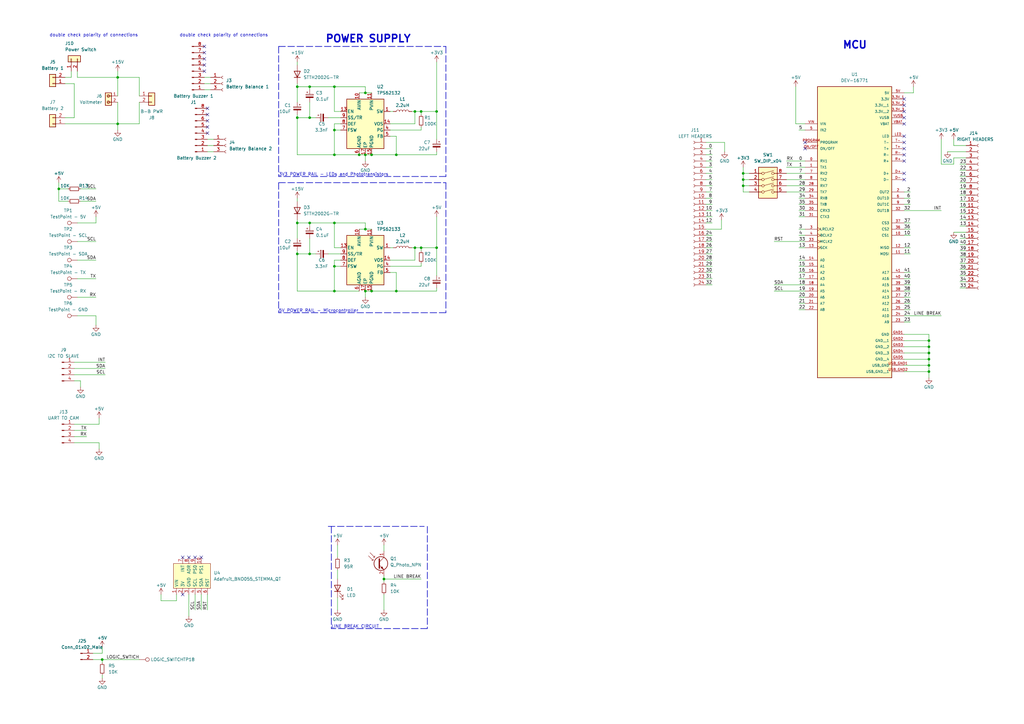
<source format=kicad_sch>
(kicad_sch (version 20230121) (generator eeschema)
  (paper "A3")
  (junction (at 304.8 73.66))
  (junction (at 381 152.4))
  (junction (at 127 91.44))
  (junction (at 127 35.56))
  (junction (at 121.92 91.44))
  (junction (at 381 142.24))
  (junction (at 162.56 119.38))
  (junction (at 152.4 119.38))
  (junction (at 381 144.78))
  (junction (at 121.92 35.56))
  (junction (at 137.16 109.22))
  (junction (at 179.07 45.72))
  (junction (at 147.32 63.5))
  (junction (at 162.56 63.5))
  (junction (at 41.91 270.51))
  (junction (at 137.16 35.56))
  (junction (at 137.16 119.38))
  (junction (at 157.48 237.49))
  (junction (at 179.07 101.6))
  (junction (at 149.86 93.98))
  (junction (at 48.26 50.8))
  (junction (at 149.86 119.38))
  (junction (at 152.4 63.5))
  (junction (at 170.18 101.6))
  (junction (at 149.86 63.5))
  (junction (at 127 48.26))
  (junction (at 170.18 45.72))
  (junction (at 48.26 31.75))
  (junction (at 24.13 77.47))
  (junction (at 121.92 48.26))
  (junction (at 172.72 45.72))
  (junction (at 137.16 63.5))
  (junction (at 127 104.14))
  (junction (at 172.72 101.6))
  (junction (at 137.16 91.44))
  (junction (at 121.92 104.14))
  (junction (at 149.86 38.1))
  (junction (at 304.8 76.2))
  (junction (at 381 149.86))
  (junction (at 304.8 71.12))
  (junction (at 381 139.7))
  (junction (at 381 147.32))
  (junction (at 137.16 53.34))
  (no_connect (at 83.82 21.59))
  (no_connect (at 85.09 54.61))
  (no_connect (at 370.84 60.96))
  (no_connect (at 77.47 228.6))
  (no_connect (at 370.84 50.8))
  (no_connect (at 370.84 45.72))
  (no_connect (at 330.2 58.42))
  (no_connect (at 370.84 73.66))
  (no_connect (at 82.55 228.6))
  (no_connect (at 85.09 46.99))
  (no_connect (at 85.09 44.45))
  (no_connect (at 370.84 71.12))
  (no_connect (at 370.84 55.88))
  (no_connect (at 74.93 228.6))
  (no_connect (at 83.82 24.13))
  (no_connect (at 80.01 228.6))
  (no_connect (at 83.82 26.67))
  (no_connect (at 330.2 60.96))
  (no_connect (at 83.82 19.05))
  (no_connect (at 83.82 29.21))
  (no_connect (at 370.84 63.5))
  (no_connect (at 85.09 49.53))
  (no_connect (at 370.84 48.26))
  (no_connect (at 370.84 40.64))
  (no_connect (at 370.84 66.04))
  (no_connect (at 370.84 43.18))
  (no_connect (at 370.84 58.42))
  (no_connect (at 74.93 243.84))
  (no_connect (at 85.09 52.07))
  (wire (pts (xy 370.84 78.74) (xy 373.38 78.74)))
  (wire (pts (xy 160.02 111.76) (xy 162.56 111.76)))
  (wire (pts (xy 317.5 119.38) (xy 330.2 119.38)))
  (wire (pts (xy 322.58 71.12) (xy 330.2 71.12)))
  (wire (pts (xy 292.1 68.58) (xy 289.56 68.58)))
  (wire (pts (xy 179.07 63.5) (xy 179.07 62.23)))
  (wire (pts (xy 381 152.4) (xy 381 154.94)))
  (wire (pts (xy 370.84 86.36) (xy 386.08 86.36)))
  (wire (pts (xy 370.84 83.82) (xy 373.38 83.82)))
  (wire (pts (xy 292.1 104.14) (xy 289.56 104.14)))
  (wire (pts (xy 72.39 246.38) (xy 66.04 246.38)))
  (wire (pts (xy 322.58 76.2) (xy 330.2 76.2)))
  (wire (pts (xy 370.84 96.52) (xy 373.38 96.52)))
  (wire (pts (xy 370.84 124.46) (xy 373.38 124.46)))
  (wire (pts (xy 370.84 132.08) (xy 373.38 132.08)))
  (wire (pts (xy 292.1 86.36) (xy 289.56 86.36)))
  (wire (pts (xy 386.08 57.15) (xy 386.08 67.31)))
  (wire (pts (xy 157.48 237.49) (xy 172.72 237.49)))
  (wire (pts (xy 149.86 63.5) (xy 149.86 66.04)))
  (wire (pts (xy 391.16 67.31) (xy 386.08 67.31)))
  (wire (pts (xy 327.66 88.9) (xy 330.2 88.9)))
  (wire (pts (xy 292.1 96.52) (xy 289.56 96.52)))
  (wire (pts (xy 162.56 111.76) (xy 162.56 119.38)))
  (wire (pts (xy 87.63 57.15) (xy 85.09 57.15)))
  (wire (pts (xy 322.58 68.58) (xy 330.2 68.58)))
  (wire (pts (xy 127 48.26) (xy 129.54 48.26)))
  (wire (pts (xy 31.75 99.06) (xy 39.37 99.06)))
  (wire (pts (xy 40.64 171.45) (xy 40.64 173.99)))
  (wire (pts (xy 393.7 118.11) (xy 396.24 118.11)))
  (wire (pts (xy 30.48 34.29) (xy 30.48 48.26)))
  (wire (pts (xy 134.62 104.14) (xy 139.7 104.14)))
  (wire (pts (xy 48.26 29.21) (xy 48.26 31.75)))
  (wire (pts (xy 172.72 102.87) (xy 172.72 101.6)))
  (wire (pts (xy 168.91 101.6) (xy 170.18 101.6)))
  (wire (pts (xy 327.66 86.36) (xy 330.2 86.36)))
  (wire (pts (xy 137.16 109.22) (xy 137.16 119.38)))
  (wire (pts (xy 292.1 114.3) (xy 289.56 114.3)))
  (wire (pts (xy 24.13 74.93) (xy 24.13 77.47)))
  (wire (pts (xy 80.01 250.19) (xy 80.01 243.84)))
  (wire (pts (xy 292.1 101.6) (xy 289.56 101.6)))
  (wire (pts (xy 327.66 101.6) (xy 330.2 101.6)))
  (wire (pts (xy 26.67 50.8) (xy 48.26 50.8)))
  (wire (pts (xy 152.4 63.5) (xy 162.56 63.5)))
  (wire (pts (xy 137.16 119.38) (xy 147.32 119.38)))
  (wire (pts (xy 38.1 267.97) (xy 41.91 267.97)))
  (wire (pts (xy 121.92 46.99) (xy 121.92 48.26)))
  (wire (pts (xy 396.24 62.23) (xy 388.62 62.23)))
  (wire (pts (xy 292.1 91.44) (xy 289.56 91.44)))
  (wire (pts (xy 137.16 45.72) (xy 137.16 35.56)))
  (wire (pts (xy 292.1 76.2) (xy 289.56 76.2)))
  (wire (pts (xy 139.7 50.8) (xy 137.16 50.8)))
  (wire (pts (xy 48.26 31.75) (xy 57.15 31.75)))
  (wire (pts (xy 304.8 68.58) (xy 304.8 71.12)))
  (wire (pts (xy 317.5 116.84) (xy 330.2 116.84)))
  (wire (pts (xy 162.56 55.88) (xy 162.56 63.5)))
  (wire (pts (xy 33.02 77.47) (xy 39.37 77.47)))
  (wire (pts (xy 179.07 88.9) (xy 179.07 101.6)))
  (wire (pts (xy 370.84 111.76) (xy 373.38 111.76)))
  (wire (pts (xy 370.84 38.1) (xy 374.65 38.1)))
  (wire (pts (xy 393.7 72.39) (xy 396.24 72.39)))
  (wire (pts (xy 121.92 35.56) (xy 121.92 41.91)))
  (wire (pts (xy 33.02 156.21) (xy 33.02 158.75)))
  (polyline (pts (xy 175.26 257.81) (xy 135.89 257.81)) (stroke (width 0.25) (type dash)))
  (polyline (pts (xy 182.88 72.39) (xy 114.3 72.39)) (stroke (width 0.25) (type dash)))
  (wire (pts (xy 327.66 111.76) (xy 330.2 111.76)))
  (wire (pts (xy 121.92 90.17) (xy 121.92 91.44)))
  (polyline (pts (xy 114.3 19.05) (xy 114.3 72.39)) (stroke (width 0.25) (type dash)))
  (wire (pts (xy 157.48 223.52) (xy 157.48 226.06)))
  (wire (pts (xy 31.75 29.21) (xy 31.75 31.75)))
  (wire (pts (xy 327.66 109.22) (xy 330.2 109.22)))
  (wire (pts (xy 292.1 78.74) (xy 289.56 78.74)))
  (wire (pts (xy 149.86 119.38) (xy 152.4 119.38)))
  (wire (pts (xy 31.75 106.68) (xy 39.37 106.68)))
  (wire (pts (xy 127 41.91) (xy 127 48.26)))
  (wire (pts (xy 304.8 78.74) (xy 307.34 78.74)))
  (wire (pts (xy 121.92 91.44) (xy 121.92 97.79)))
  (wire (pts (xy 292.1 99.06) (xy 289.56 99.06)))
  (wire (pts (xy 292.1 63.5) (xy 289.56 63.5)))
  (wire (pts (xy 30.48 48.26) (xy 26.67 48.26)))
  (wire (pts (xy 172.72 101.6) (xy 179.07 101.6)))
  (wire (pts (xy 41.91 276.86) (xy 41.91 278.13)))
  (wire (pts (xy 121.92 104.14) (xy 127 104.14)))
  (wire (pts (xy 121.92 91.44) (xy 127 91.44)))
  (wire (pts (xy 149.86 35.56) (xy 149.86 38.1)))
  (wire (pts (xy 26.67 31.75) (xy 29.21 31.75)))
  (wire (pts (xy 393.7 100.33) (xy 396.24 100.33)))
  (wire (pts (xy 160.02 50.8) (xy 170.18 50.8)))
  (wire (pts (xy 157.48 243.84) (xy 157.48 250.19)))
  (wire (pts (xy 370.84 127) (xy 373.38 127)))
  (wire (pts (xy 160.02 106.68) (xy 170.18 106.68)))
  (wire (pts (xy 370.84 144.78) (xy 381 144.78)))
  (wire (pts (xy 149.86 63.5) (xy 152.4 63.5)))
  (wire (pts (xy 292.1 109.22) (xy 289.56 109.22)))
  (wire (pts (xy 87.63 62.23) (xy 85.09 62.23)))
  (wire (pts (xy 147.32 63.5) (xy 149.86 63.5)))
  (wire (pts (xy 381 139.7) (xy 381 142.24)))
  (wire (pts (xy 121.92 34.29) (xy 121.92 35.56)))
  (wire (pts (xy 66.04 243.84) (xy 66.04 246.38)))
  (wire (pts (xy 317.5 99.06) (xy 330.2 99.06)))
  (wire (pts (xy 370.84 152.4) (xy 381 152.4)))
  (wire (pts (xy 292.1 73.66) (xy 289.56 73.66)))
  (wire (pts (xy 31.75 129.54) (xy 39.37 129.54)))
  (wire (pts (xy 370.84 93.98) (xy 373.38 93.98)))
  (wire (pts (xy 327.66 114.3) (xy 330.2 114.3)))
  (wire (pts (xy 327.66 121.92) (xy 330.2 121.92)))
  (wire (pts (xy 82.55 250.19) (xy 82.55 243.84)))
  (wire (pts (xy 27.94 82.55) (xy 24.13 82.55)))
  (wire (pts (xy 295.91 90.17) (xy 295.91 93.98)))
  (polyline (pts (xy 175.26 215.9) (xy 175.26 257.81)) (stroke (width 0.25) (type dash)))
  (wire (pts (xy 57.15 50.8) (xy 48.26 50.8)))
  (wire (pts (xy 127 104.14) (xy 129.54 104.14)))
  (wire (pts (xy 137.16 63.5) (xy 147.32 63.5)))
  (wire (pts (xy 138.43 233.68) (xy 138.43 237.49)))
  (wire (pts (xy 330.2 50.8) (xy 326.39 50.8)))
  (wire (pts (xy 127 91.44) (xy 137.16 91.44)))
  (wire (pts (xy 370.84 104.14) (xy 373.38 104.14)))
  (wire (pts (xy 393.7 77.47) (xy 396.24 77.47)))
  (wire (pts (xy 393.7 115.57) (xy 396.24 115.57)))
  (wire (pts (xy 121.92 119.38) (xy 137.16 119.38)))
  (wire (pts (xy 137.16 53.34) (xy 139.7 53.34)))
  (wire (pts (xy 30.48 181.61) (xy 40.64 181.61)))
  (polyline (pts (xy 182.88 19.05) (xy 182.88 72.39)) (stroke (width 0.25) (type dash)))
  (wire (pts (xy 40.64 181.61) (xy 40.64 184.15)))
  (wire (pts (xy 87.63 59.69) (xy 85.09 59.69)))
  (wire (pts (xy 391.16 64.77) (xy 391.16 67.31)))
  (wire (pts (xy 162.56 119.38) (xy 179.07 119.38)))
  (wire (pts (xy 160.02 53.34) (xy 172.72 53.34)))
  (wire (pts (xy 30.48 148.59) (xy 43.18 148.59)))
  (wire (pts (xy 157.48 236.22) (xy 157.48 237.49)))
  (wire (pts (xy 157.48 237.49) (xy 157.48 238.76)))
  (wire (pts (xy 292.1 111.76) (xy 289.56 111.76)))
  (wire (pts (xy 292.1 60.96) (xy 289.56 60.96)))
  (wire (pts (xy 121.92 104.14) (xy 121.92 119.38)))
  (wire (pts (xy 370.84 119.38) (xy 373.38 119.38)))
  (wire (pts (xy 139.7 101.6) (xy 137.16 101.6)))
  (wire (pts (xy 30.48 179.07) (xy 35.56 179.07)))
  (wire (pts (xy 370.84 121.92) (xy 373.38 121.92)))
  (wire (pts (xy 121.92 48.26) (xy 121.92 63.5)))
  (wire (pts (xy 393.7 69.85) (xy 396.24 69.85)))
  (wire (pts (xy 31.75 121.92) (xy 39.37 121.92)))
  (wire (pts (xy 381 149.86) (xy 381 152.4)))
  (wire (pts (xy 138.43 245.11) (xy 138.43 250.19)))
  (wire (pts (xy 147.32 38.1) (xy 149.86 38.1)))
  (wire (pts (xy 327.66 96.52) (xy 330.2 96.52)))
  (wire (pts (xy 304.8 71.12) (xy 304.8 73.66)))
  (polyline (pts (xy 134.62 215.9) (xy 173.99 215.9)) (stroke (width 0.25) (type dash)))
  (wire (pts (xy 393.7 107.95) (xy 396.24 107.95)))
  (wire (pts (xy 160.02 55.88) (xy 162.56 55.88)))
  (wire (pts (xy 31.75 31.75) (xy 48.26 31.75)))
  (wire (pts (xy 30.48 156.21) (xy 33.02 156.21)))
  (wire (pts (xy 370.84 116.84) (xy 373.38 116.84)))
  (wire (pts (xy 48.26 53.34) (xy 48.26 50.8)))
  (wire (pts (xy 322.58 73.66) (xy 330.2 73.66)))
  (wire (pts (xy 370.84 101.6) (xy 373.38 101.6)))
  (wire (pts (xy 172.72 45.72) (xy 170.18 45.72)))
  (wire (pts (xy 370.84 147.32) (xy 381 147.32)))
  (wire (pts (xy 370.84 129.54) (xy 386.08 129.54)))
  (wire (pts (xy 31.75 91.44) (xy 39.37 91.44)))
  (wire (pts (xy 292.1 106.68) (xy 289.56 106.68)))
  (wire (pts (xy 121.92 35.56) (xy 127 35.56)))
  (wire (pts (xy 121.92 81.28) (xy 121.92 82.55)))
  (wire (pts (xy 33.02 82.55) (xy 39.37 82.55)))
  (wire (pts (xy 160.02 109.22) (xy 172.72 109.22)))
  (polyline (pts (xy 114.3 74.93) (xy 114.3 128.27)) (stroke (width 0.25) (type dash)))
  (wire (pts (xy 149.86 119.38) (xy 149.86 121.92)))
  (wire (pts (xy 381 137.16) (xy 381 139.7)))
  (wire (pts (xy 393.7 110.49) (xy 396.24 110.49)))
  (wire (pts (xy 179.07 119.38) (xy 179.07 118.11)))
  (wire (pts (xy 170.18 106.68) (xy 170.18 101.6)))
  (wire (pts (xy 85.09 250.19) (xy 85.09 243.84)))
  (wire (pts (xy 152.4 119.38) (xy 162.56 119.38)))
  (wire (pts (xy 327.66 81.28) (xy 330.2 81.28)))
  (wire (pts (xy 161.29 101.6) (xy 160.02 101.6)))
  (wire (pts (xy 137.16 53.34) (xy 137.16 63.5)))
  (wire (pts (xy 370.84 149.86) (xy 381 149.86)))
  (wire (pts (xy 393.7 82.55) (xy 396.24 82.55)))
  (wire (pts (xy 27.94 77.47) (xy 24.13 77.47)))
  (polyline (pts (xy 135.89 215.9) (xy 135.89 257.81)) (stroke (width 0.25) (type dash)))
  (wire (pts (xy 326.39 35.56) (xy 326.39 50.8)))
  (wire (pts (xy 393.7 92.71) (xy 396.24 92.71)))
  (wire (pts (xy 179.07 25.4) (xy 179.07 45.72)))
  (wire (pts (xy 370.84 114.3) (xy 373.38 114.3)))
  (wire (pts (xy 41.91 270.51) (xy 57.15 270.51)))
  (wire (pts (xy 393.7 113.03) (xy 396.24 113.03)))
  (wire (pts (xy 393.7 97.79) (xy 396.24 97.79)))
  (wire (pts (xy 139.7 45.72) (xy 137.16 45.72)))
  (wire (pts (xy 41.91 271.78) (xy 41.91 270.51)))
  (wire (pts (xy 170.18 50.8) (xy 170.18 45.72)))
  (wire (pts (xy 127 91.44) (xy 127 92.71)))
  (wire (pts (xy 57.15 31.75) (xy 57.15 39.37)))
  (wire (pts (xy 86.36 31.75) (xy 83.82 31.75)))
  (polyline (pts (xy 182.88 74.93) (xy 182.88 128.27)) (stroke (width 0.25) (type dash)))
  (wire (pts (xy 289.56 58.42) (xy 297.18 58.42)))
  (wire (pts (xy 292.1 66.04) (xy 289.56 66.04)))
  (wire (pts (xy 289.56 93.98) (xy 295.91 93.98)))
  (wire (pts (xy 137.16 91.44) (xy 149.86 91.44)))
  (wire (pts (xy 327.66 93.98) (xy 330.2 93.98)))
  (wire (pts (xy 172.72 101.6) (xy 170.18 101.6)))
  (wire (pts (xy 327.66 106.68) (xy 330.2 106.68)))
  (wire (pts (xy 179.07 45.72) (xy 179.07 57.15)))
  (wire (pts (xy 121.92 48.26) (xy 127 48.26)))
  (wire (pts (xy 327.66 53.34) (xy 330.2 53.34)))
  (wire (pts (xy 393.7 87.63) (xy 396.24 87.63)))
  (wire (pts (xy 381 142.24) (xy 381 144.78)))
  (wire (pts (xy 374.65 38.1) (xy 374.65 35.56)))
  (wire (pts (xy 138.43 223.52) (xy 138.43 228.6)))
  (wire (pts (xy 137.16 50.8) (xy 137.16 53.34)))
  (wire (pts (xy 121.92 26.67) (xy 121.92 25.4)))
  (wire (pts (xy 162.56 63.5) (xy 179.07 63.5)))
  (wire (pts (xy 39.37 91.44) (xy 39.37 88.9)))
  (wire (pts (xy 38.1 270.51) (xy 41.91 270.51)))
  (wire (pts (xy 391.16 95.25) (xy 396.24 95.25)))
  (polyline (pts (xy 114.3 19.05) (xy 182.88 19.05)) (stroke (width 0.25) (type dash)))
  (wire (pts (xy 139.7 106.68) (xy 137.16 106.68)))
  (wire (pts (xy 292.1 83.82) (xy 289.56 83.82)))
  (wire (pts (xy 393.7 85.09) (xy 396.24 85.09)))
  (wire (pts (xy 137.16 35.56) (xy 149.86 35.56)))
  (wire (pts (xy 57.15 41.91) (xy 57.15 50.8)))
  (wire (pts (xy 31.75 114.3) (xy 39.37 114.3)))
  (wire (pts (xy 393.7 105.41) (xy 396.24 105.41)))
  (wire (pts (xy 179.07 101.6) (xy 179.07 113.03)))
  (wire (pts (xy 322.58 78.74) (xy 330.2 78.74)))
  (wire (pts (xy 72.39 243.84) (xy 72.39 246.38)))
  (polyline (pts (xy 182.88 128.27) (xy 114.3 128.27)) (stroke (width 0.25) (type dash)))
  (wire (pts (xy 393.7 67.31) (xy 396.24 67.31)))
  (wire (pts (xy 172.72 46.99) (xy 172.72 45.72)))
  (wire (pts (xy 127 35.56) (xy 137.16 35.56)))
  (wire (pts (xy 304.8 71.12) (xy 307.34 71.12)))
  (wire (pts (xy 24.13 82.55) (xy 24.13 77.47)))
  (wire (pts (xy 147.32 93.98) (xy 149.86 93.98)))
  (wire (pts (xy 43.18 151.13) (xy 30.48 151.13)))
  (wire (pts (xy 134.62 48.26) (xy 139.7 48.26)))
  (wire (pts (xy 304.8 73.66) (xy 304.8 76.2)))
  (wire (pts (xy 322.58 66.04) (xy 330.2 66.04)))
  (wire (pts (xy 396.24 64.77) (xy 391.16 64.77)))
  (wire (pts (xy 137.16 106.68) (xy 137.16 109.22)))
  (wire (pts (xy 149.86 91.44) (xy 149.86 93.98)))
  (wire (pts (xy 370.84 81.28) (xy 373.38 81.28)))
  (wire (pts (xy 48.26 41.91) (xy 48.26 50.8)))
  (wire (pts (xy 393.7 80.01) (xy 396.24 80.01)))
  (wire (pts (xy 127 97.79) (xy 127 104.14)))
  (wire (pts (xy 30.48 176.53) (xy 35.56 176.53)))
  (wire (pts (xy 26.67 34.29) (xy 30.48 34.29)))
  (wire (pts (xy 149.86 38.1) (xy 152.4 38.1)))
  (wire (pts (xy 161.29 45.72) (xy 160.02 45.72)))
  (wire (pts (xy 292.1 116.84) (xy 289.56 116.84)))
  (wire (pts (xy 304.8 76.2) (xy 307.34 76.2)))
  (wire (pts (xy 304.8 73.66) (xy 307.34 73.66)))
  (wire (pts (xy 30.48 173.99) (xy 40.64 173.99)))
  (wire (pts (xy 381 144.78) (xy 381 147.32)))
  (wire (pts (xy 29.21 29.21) (xy 29.21 31.75)))
  (wire (pts (xy 77.47 243.84) (xy 77.47 252.73)))
  (wire (pts (xy 370.84 139.7) (xy 381 139.7)))
  (wire (pts (xy 292.1 88.9) (xy 289.56 88.9)))
  (wire (pts (xy 370.84 137.16) (xy 381 137.16)))
  (wire (pts (xy 137.16 109.22) (xy 139.7 109.22)))
  (wire (pts (xy 391.16 59.69) (xy 396.24 59.69)))
  (wire (pts (xy 121.92 63.5) (xy 137.16 63.5)))
  (wire (pts (xy 43.18 153.67) (xy 30.48 153.67)))
  (wire (pts (xy 297.18 58.42) (xy 297.18 62.23)))
  (wire (pts (xy 149.86 93.98) (xy 152.4 93.98)))
  (wire (pts (xy 292.1 71.12) (xy 289.56 71.12)))
  (wire (pts (xy 137.16 101.6) (xy 137.16 91.44)))
  (wire (pts (xy 121.92 102.87) (xy 121.92 104.14)))
  (wire (pts (xy 370.84 91.44) (xy 373.38 91.44)))
  (wire (pts (xy 172.72 109.22) (xy 172.72 107.95)))
  (wire (pts (xy 172.72 45.72) (xy 179.07 45.72)))
  (wire (pts (xy 370.84 142.24) (xy 381 142.24)))
  (wire (pts (xy 393.7 74.93) (xy 396.24 74.93)))
  (wire (pts (xy 327.66 83.82) (xy 330.2 83.82)))
  (wire (pts (xy 48.26 31.75) (xy 48.26 39.37)))
  (wire (pts (xy 393.7 102.87) (xy 396.24 102.87)))
  (wire (pts (xy 86.36 36.83) (xy 83.82 36.83)))
  (wire (pts (xy 41.91 267.97) (xy 41.91 265.43)))
  (wire (pts (xy 327.66 127) (xy 330.2 127)))
  (wire (pts (xy 127 35.56) (xy 127 36.83)))
  (wire (pts (xy 393.7 90.17) (xy 396.24 90.17)))
  (polyline (pts (xy 114.3 74.93) (xy 182.88 74.93)) (stroke (width 0.25) (type dash)))
  (wire (pts (xy 39.37 129.54) (xy 39.37 133.35)))
  (wire (pts (xy 327.66 124.46) (xy 330.2 124.46)))
  (wire (pts (xy 86.36 34.29) (xy 83.82 34.29)))
  (wire (pts (xy 168.91 45.72) (xy 170.18 45.72)))
  (wire (pts (xy 292.1 81.28) (xy 289.56 81.28)))
  (wire (pts (xy 381 147.32) (xy 381 149.86)))
  (wire (pts (xy 304.8 76.2) (xy 304.8 78.74)))
  (wire (pts (xy 391.16 59.69) (xy 391.16 57.15)))
  (wire (pts (xy 172.72 53.34) (xy 172.72 52.07)))
  (text "POWER SUPPLY" (at 133.35 17.78 0) (effects (font (size 3 3) (thickness 0.6) bold) (justify left bottom)))
  (text "LINE BREAK CIRCUIT" (at 135.89 257.81 0) (effects (font (size 1.27 1.27)) (justify left bottom)))
  (text "double check polarity of connections" (at 20.32 15.24 0) (effects (font (size 1.27 1.27)) (justify left bottom)))
  (text "double check polarity of connections" (at 73.66 15.24 0) (effects (font (size 1.27 1.27)) (justify left bottom)))
  (text "3V3 POWER RAIL - LEDs and Phototransistors" (at 114.3 72.39 0) (effects (font (size 1.27 1.27)) (justify left bottom)))
  (text "MCU " (at 345.44 20.32 0) (effects (font (size 3 3) (thickness 0.6) bold) (justify left bottom)))
  (text "5V POWER RAIL - Microcontroller" (at 114.3 128.27 0) (effects (font (size 1.27 1.27)) (justify left bottom)))
  (label "SCL" (at 317.5 119.38 0))
  (label "36" (at 393.7 110.49 0))
  (label "16" (at 327.66 111.76 0))
  (label "35" (at 393.7 113.03 0))
  (label "15" (at 393.7 87.63 0))
  (label "27" (at 373.38 121.92 180))
  (label "29" (at 292.1 109.22 180))
  (label "16" (at 393.7 85.09 0))
  (label "TX" (at 322.58 68.58 0))
  (label "30" (at 292.1 111.76 180))
  (label "18" (at 327.66 116.84 0))
  (label "34" (at 327.66 81.28 0))
  (label "TX" (at 39.37 114.3 180))
  (label "15" (at 327.66 109.22 0))
  (label "23" (at 373.38 132.08 180))
  (label "13" (at 393.7 92.71 0))
  (label "22" (at 327.66 127 0))
  (label "5" (at 292.1 73.66 180))
  (label "14" (at 327.66 106.68 0))
  (label "21" (at 393.7 72.39 0))
  (label "34" (at 393.7 115.57 0))
  (label "27" (at 292.1 104.14 180))
  (label "14" (at 393.7 90.17 0))
  (label "41" (at 393.7 97.79 0))
  (label "LOGIC_SWTICH" (at 57.15 270.51 180))
  (label "39" (at 373.38 116.84 180))
  (label "SDA" (at 39.37 106.68 180))
  (label "11" (at 373.38 104.14 180))
  (label "19" (at 327.66 119.38 0))
  (label "31" (at 327.66 88.9 0))
  (label "33" (at 327.66 99.06 0))
  (label "21" (at 327.66 124.46 0))
  (label "7" (at 292.1 78.74 180))
  (label "RX" (at 35.56 179.07 180))
  (label "11" (at 292.1 88.9 180))
  (label "38" (at 393.7 105.41 0))
  (label "26" (at 292.1 101.6 180))
  (label "38" (at 373.38 119.38 180))
  (label "6" (at 373.38 81.28 180))
  (label "RST" (at 317.5 99.06 0))
  (label "9" (at 292.1 83.82 180))
  (label "13" (at 327.66 101.6 0))
  (label "7" (at 327.66 71.12 0))
  (label "28" (at 292.1 106.68 180))
  (label "17" (at 393.7 82.55 0))
  (label "37" (at 373.38 91.44 180))
  (label "17" (at 327.66 114.3 0))
  (label "SCL" (at 80.01 250.19 90))
  (label "33" (at 393.7 118.11 0))
  (label "40" (at 373.38 114.3 180))
  (label "4" (at 292.1 71.12 180))
  (label "10" (at 292.1 86.36 180))
  (label "4" (at 327.66 96.52 0))
  (label "0" (at 327.66 66.04 0))
  (label "INT" (at 386.08 86.36 180))
  (label "28" (at 327.66 76.2 0))
  (label "0" (at 292.1 60.96 180))
  (label "6" (at 292.1 76.2 180))
  (label "18" (at 393.7 80.01 0))
  (label "LINE BREAK" (at 172.72 237.49 180))
  (label "5" (at 327.66 53.34 0))
  (label "20" (at 393.7 74.93 0))
  (label "SDA" (at 43.18 151.13 180))
  (label "12" (at 373.38 101.6 180))
  (label "40" (at 393.7 100.33 0))
  (label "RX" (at 39.37 121.92 180))
  (label "41" (at 373.38 111.76 180))
  (label "26" (at 373.38 124.46 180))
  (label "SDA" (at 39.37 82.55 180))
  (label "8" (at 327.66 73.66 0))
  (label "25" (at 373.38 127 180))
  (label "SCL" (at 39.37 77.47 180))
  (label "LINE BREAK" (at 386.08 129.54 180))
  (label "2" (at 373.38 78.74 180))
  (label "12" (at 292.1 91.44 180))
  (label "1" (at 292.1 63.5 180))
  (label "RX" (at 322.58 66.04 0))
  (label "19" (at 393.7 77.47 0))
  (label "8" (at 292.1 81.28 180))
  (label "RST" (at 85.09 250.19 90))
  (label "SCL" (at 39.37 99.06 180))
  (label "24" (at 292.1 96.52 180))
  (label "20" (at 327.66 121.92 0))
  (label "35" (at 327.66 83.82 0))
  (label "32" (at 292.1 116.84 180))
  (label "1" (at 327.66 68.58 0))
  (label "10" (at 373.38 96.52 180))
  (label "29" (at 327.66 78.74 0))
  (label "SDA" (at 317.5 116.84 0))
  (label "39" (at 393.7 102.87 0))
  (label "36" (at 373.38 93.98 180))
  (label "SDA" (at 82.55 250.19 90))
  (label "22" (at 393.7 69.85 0))
  (label "3" (at 292.1 68.58 180))
  (label "3" (at 327.66 93.98 0))
  (label "9" (at 373.38 83.82 180))
  (label "2" (at 292.1 66.04 180))
  (label "31" (at 292.1 114.3 180))
  (label "TX" (at 35.56 176.53 180))
  (label "30" (at 327.66 86.36 0))
  (label "INT" (at 43.18 148.59 180))
  (label "23" (at 393.7 67.31 0))
  (label "25" (at 292.1 99.06 180))
  (label "37" (at 393.7 107.95 0))
  (label "24" (at 373.38 129.54 180))
  (label "32" (at 373.38 86.36 180))
  (label "SCL" (at 43.18 153.67 180))
  (symbol (lib_id "power:GND") (at 388.62 62.23 0) (unit 1)
    (property "Reference" "#PWR011" (effects hide))
    (property "Value" "GND" (at 388.62 66.04 0))
  )
  (symbol (lib_id "power:GND") (at 149.86 66.04 0) (unit 1)
    (property "Reference" "#PWR09" (effects hide))
    (property "Value" "GND" (at 149.86 69.85 0))
  )
  (symbol (lib_id "Connector:TestPoint") (at 57.15 270.51 270) (unit 1)
    (property "Reference" "TP18" (at 77.47 270.51 90))
    (property "Value" "LOGIC_SWITCH" (at 68.58 270.51 90))
    (property "Footprint" "TestPoint:TestPoint_THTPad_D2.0mm_Drill1.0mm" (effects hide))
  )
  (symbol (lib_id "Regulator_Switching:TPS62132") (at 149.86 50.8 0) (unit 1)
    (property "Reference" "U2" (at 154.5941 35.56 0) (effects (justify left)))
    (property "Value" "TPS62132" (at 154.5941 38.1 0) (effects (justify left)))
    (property "Footprint" "Package_DFN_QFN:VQFN-16-1EP_3x3mm_P0.5mm_EP1.68x1.68mm_ThermalVias" (effects hide))
    (property "Datasheet" "http://www.ti.com/lit/ds/symlink/tps62130.pdf" (effects hide))
  )
  (symbol (lib_id "Connector:TestPoint") (at 31.75 106.68 90) (unit 1)
    (property "Reference" "TP3" (at 27.94 101.6 90))
    (property "Value" "TestPoint - SDA" (at 27.94 104.14 90))
    (property "Footprint" "TestPoint:TestPoint_THTPad_D2.0mm_Drill1.0mm" (effects hide))
  )
  (symbol (lib_id "Device:R_Small") (at 30.48 77.47 270) (mirror x) (unit 1)
    (property "Reference" "R13" (at 34.29 76.2 90))
    (property "Value" "10K" (at 26.67 76.2 90))
    (property "Footprint" "Resistor_SMD:R_0805_2012Metric" (effects hide))
  )
  (symbol (lib_id "Device:C_Polarized_Small") (at 127 39.37 0) (unit 1)
    (property "Reference" "C3" (at 129.54 38.1 0) (effects (justify left)))
    (property "Value" "0.1uF" (at 129.54 40.64 0) (effects (justify left)))
    (property "Footprint" "Capacitor_SMD:C_0805_2012Metric" (effects hide))
  )
  (symbol (lib_id "power:+5V") (at 138.43 223.52 0) (unit 1)
    (property "Reference" "#PWR018" (effects hide))
    (property "Value" "+5V" (at 138.43 219.71 0))
  )
  (symbol (lib_id "Connector_Generic:Conn_01x02") (at 62.23 39.37 0) (unit 1)
    (property "Reference" "J8" (at 62.23 48.26 0))
    (property "Value" "B-B PWR" (at 62.23 45.72 0))
    (property "Footprint" "Connector_AMASS:AMASS_XT60-F_1x02_P7.20mm_Vertical" (effects hide))
  )
  (symbol (lib_id "power:+5V") (at 66.04 243.84 0) (unit 1)
    (property "Reference" "#PWR0121" (effects hide))
    (property "Value" "+5V" (at 66.04 240.03 0))
  )
  (symbol (lib_id "DEV-16771:DEV-16771") (at 350.52 86.36 0) (unit 1)
    (property "Reference" "U1" (at 350.52 30.48 0))
    (property "Value" "DEV-16771" (at 350.52 33.02 0))
    (property "Footprint" "DEV-16771:MODULE_DEV-16771" (effects hide))
    (property "PARTREV" "4.1" (effects hide))
    (property "MANUFACTURER" "SparkFun Electronics" (effects hide))
    (property "MAXIMUM_PACKAGE_HEIGHT" "4.07mm" (effects hide))
    (property "STANDARD" "Manufacturer recommendations" (effects hide))
  )
  (symbol (lib_id "power:GND") (at 33.02 158.75 0) (unit 1)
    (property "Reference" "#PWR01" (effects hide))
    (property "Value" "GND" (at 33.02 162.56 0))
  )
  (symbol (lib_id "Device:L") (at 165.1 101.6 90) (unit 1)
    (property "Reference" "L2" (at 165.1 96.52 90))
    (property "Value" "2.2uH" (at 165.1 99.06 90))
  )
  (symbol (lib_id "Device:LED") (at 138.43 241.3 90) (unit 1)
    (property "Reference" "D1" (at 142.24 241.6175 90) (effects (justify right)))
    (property "Value" "LED" (at 142.24 244.1575 90) (effects (justify right)))
  )
  (symbol (lib_id "Connector_Generic:Conn_01x02") (at 21.59 50.8 180) (unit 1)
    (property "Reference" "J7" (at 21.59 41.91 0))
    (property "Value" "Battery 2" (at 21.59 44.45 0))
    (property "Footprint" "Connectors:DEANS" (effects hide))
  )
  (symbol (lib_id "power:+15V") (at 121.92 25.4 0) (unit 1)
    (property "Reference" "#PWR07" (effects hide))
    (property "Value" "+15V" (at 121.92 21.59 0))
  )
  (symbol (lib_id "5mm Pitch 2-Pin Screw Terminal Block:691137710002") (at 43.18 41.91 90) (mirror x) (unit 1)
    (property "Reference" "J6" (at 41.91 39.3699 90) (effects (justify left)))
    (property "Value" "Voltmeter" (at 41.91 41.9099 90) (effects (justify left)))
    (property "Footprint" "5mm Pitch 2-Pin Screw Terminal Block:5mm Pitch 2-Pin Screw Terminal Block" (effects hide))
    (property "WIRE" "12 to 30 (AWG) 3.31 to 0.05 (mm²)" (effects hide))
    (property "MOUNT" "THT" (effects hide))
    (property "IR-VDE" "24A" (effects hide))
    (property "IR-UL" "16A" (effects hide))
    (property "VALUE" "691137710002" (effects hide))
    (property "WORKING-VOLTAGE-UL" "300V(AC)" (effects hide))
    (property "PART-NUMBER" "691137710002" (effects hide))
    (property "DATASHEET-URL" "https://www.we-online.com/catalog/datasheet/691137710002.pdf" (effects hide))
    (property "PITCH" "5mm" (effects hide))
    (property "PINS" "2" (effects hide))
    (property "WORKING-VOLTAGE-VDE" "250V(AC)" (effects hide))
    (property "TYPE" "Horizontal" (effects hide))
  )
  (symbol (lib_id "Connector:TestPoint") (at 31.75 129.54 90) (unit 1)
    (property "Reference" "TP6" (at 27.94 124.46 90))
    (property "Value" "TestPoint - GND" (at 27.94 127 90))
    (property "Footprint" "TestPoint:TestPoint_THTPad_D2.0mm_Drill1.0mm" (effects hide))
  )
  (symbol (lib_id "Connector:Conn_01x03_Socket") (at 91.44 34.29 0) (unit 1)
    (property "Reference" "J3" (at 92.71 33.02 0) (effects (justify left)))
    (property "Value" "Battery Balance 1" (at 92.71 35.56 0) (effects (justify left)))
    (property "Footprint" "Connector_JST:JST_XH_B3B-XH-A_1x03_P2.50mm_Vertical" (effects hide))
  )
  (symbol (lib_id "power:+5V") (at 391.16 57.15 0) (unit 1)
    (property "Reference" "#PWR012" (effects hide))
    (property "Value" "+5V" (at 391.16 53.34 0))
  )
  (symbol (lib_id "Device:C_Polarized_Small") (at 132.08 48.26 90) (mirror x) (unit 1)
    (property "Reference" "C5" (at 133.35 50.8 90) (effects (justify left)))
    (property "Value" "3.3nF" (at 134.62 53.34 90) (effects (justify left)))
    (property "Footprint" "Capacitor_SMD:C_0805_2012Metric" (effects hide))
  )
  (symbol (lib_id "power:+3V3") (at 179.07 25.4 0) (unit 1)
    (property "Reference" "#PWR016" (effects hide))
    (property "Value" "+3V3" (at 179.07 21.59 0))
  )
  (symbol (lib_id "Regulator_Switching:TPS62133") (at 149.86 106.68 0) (unit 1)
    (property "Reference" "U3" (at 154.5941 91.44 0) (effects (justify left)))
    (property "Value" "TPS62133" (at 154.5941 93.98 0) (effects (justify left)))
    (property "Footprint" "Package_DFN_QFN:VQFN-16-1EP_3x3mm_P0.5mm_EP1.68x1.68mm_ThermalVias" (effects hide))
    (property "Datasheet" "http://www.ti.com/lit/ds/symlink/tps62130.pdf" (effects hide))
  )
  (symbol (lib_id "Adafruit BNO055 STEMMA QT:Adafruit_BNO055_STEMMA_QT") (at 78.74 236.22 0) (unit 1)
    (property "Reference" "U4" (at 87.63 234.9499 0) (effects (justify left)))
    (property "Value" "Adafruit_BNO055_STEMMA_QT" (at 87.63 237.4899 0) (effects (justify left)))
    (property "Footprint" "2.3 PCBs:Adafruit IMU BNO055" (effects hide))
  )
  (symbol (lib_id "Connector:TestPoint") (at 31.75 99.06 90) (unit 1)
    (property "Reference" "TP2" (at 27.94 93.98 90))
    (property "Value" "TestPoint - SCL" (at 27.94 96.52 90))
    (property "Footprint" "TestPoint:TestPoint_THTPad_D2.0mm_Drill1.0mm" (effects hide))
  )
  (symbol (lib_id "Device:C_Polarized_Small") (at 179.07 115.57 0) (mirror y) (unit 1)
    (property "Reference" "C8" (at 176.53 114.3 0) (effects (justify left)))
    (property "Value" "22uF" (at 176.53 116.84 0) (effects (justify left)))
    (property "Footprint" "Capacitor_SMD:C_0805_2012Metric" (effects hide))
  )
  (symbol (lib_id "power:+5V") (at 40.64 171.45 0) (unit 1)
    (property "Reference" "#PWR0133" (effects hide))
    (property "Value" "+5V" (at 40.64 167.64 0))
  )
  (symbol (lib_id "power:GND") (at 297.18 62.23 0) (unit 1)
    (property "Reference" "#PWR03" (effects hide))
    (property "Value" "GND" (at 297.18 66.04 0))
  )
  (symbol (lib_id "power:+5V") (at 326.39 35.56 0) (mirror y) (unit 1)
    (property "Reference" "#PWR04" (effects hide))
    (property "Value" "+5V" (at 326.39 31.75 0))
  )
  (symbol (lib_id "Connector_Generic:Conn_01x02") (at 21.59 34.29 180) (unit 1)
    (property "Reference" "J5" (at 21.59 25.4 0))
    (property "Value" "Battery 1" (at 21.59 27.94 0))
    (property "Footprint" "Connectors:DEANS" (effects hide))
  )
  (symbol (lib_id "Connector:Conn_01x04_Male") (at 25.4 176.53 0) (unit 1)
    (property "Reference" "J13" (at 26.035 168.91 0))
    (property "Value" "UART TO CAM" (at 26.035 171.45 0))
    (property "Footprint" "Connector_JST:JST_XH_B4B-XH-AM_1x04_P2.50mm_Vertical" (effects hide))
  )
  (symbol (lib_id "power:+3V3") (at 295.91 90.17 0) (unit 1)
    (property "Reference" "#PWR02" (effects hide))
    (property "Value" "+3V3" (at 295.91 86.36 0))
  )
  (symbol (lib_id "power:GND") (at 157.48 250.19 0) (unit 1)
    (property "Reference" "#PWR020" (effects hide))
    (property "Value" "GND" (at 157.48 254 0))
  )
  (symbol (lib_id "Device:R_Small") (at 138.43 231.14 0) (unit 1)
    (property "Reference" "R3" (at 140.97 229.87 0) (effects (justify left)))
    (property "Value" "95R" (at 140.97 232.41 0) (effects (justify left)))
    (property "Footprint" "Resistor_SMD:R_0805_2012Metric" (effects hide))
  )
  (symbol (lib_id "Device:L") (at 165.1 45.72 90) (unit 1)
    (property "Reference" "L1" (at 165.1 40.64 90))
    (property "Value" "2.2uH" (at 165.1 43.18 90))
  )
  (symbol (lib_id "power:+15V") (at 48.26 29.21 0) (unit 1)
    (property "Reference" "#PWR0130" (effects hide))
    (property "Value" "+15V" (at 48.26 25.4 0))
  )
  (symbol (lib_id "Device:C_Polarized_Small") (at 132.08 104.14 90) (mirror x) (unit 1)
    (property "Reference" "C6" (at 133.35 106.68 90) (effects (justify left)))
    (property "Value" "3.3nF" (at 134.62 109.22 90) (effects (justify left)))
    (property "Footprint" "Capacitor_SMD:C_0805_2012Metric" (effects hide))
  )
  (symbol (lib_id "Connector:TestPoint") (at 31.75 121.92 90) (unit 1)
    (property "Reference" "TP5" (at 27.94 116.84 90))
    (property "Value" "TestPoint - RX" (at 27.94 119.38 90))
    (property "Footprint" "TestPoint:TestPoint_THTPad_D2.0mm_Drill1.0mm" (effects hide))
  )
  (symbol (lib_id "Connector:Conn_01x08_Pin") (at 78.74 29.21 0) (mirror x) (unit 1)
    (property "Reference" "J1" (at 79.375 41.91 0))
    (property "Value" "Battery Buzzer 1" (at 79.375 39.37 0))
    (property "Footprint" "Connector_PinSocket_2.54mm:PinSocket_1x08_P2.54mm_Vertical" (effects hide))
  )
  (symbol (lib_id "Diode:STTH2002G") (at 121.92 86.36 90) (unit 1)
    (property "Reference" "D3" (at 124.46 85.09 90) (effects (justify right)))
    (property "Value" "STTH2002G-TR\n" (at 124.46 87.63 90) (effects (justify right)))
    (property "Footprint" "Package_TO_SOT_SMD:TO-263-2" (effects hide))
    (property "Datasheet" "https://www.st.com/resource/en/datasheet/stth2002.pdf" (effects hide))
  )
  (symbol (lib_id "Device:R_Small") (at 41.91 274.32 0) (unit 1)
    (property "Reference" "R5" (at 44.45 273.05 0) (effects (justify left)))
    (property "Value" "10K" (at 44.45 275.59 0) (effects (justify left)))
    (property "Footprint" "Resistor_SMD:R_0805_2012Metric" (effects hide))
  )
  (symbol (lib_id "Connector_Generic:Conn_01x02") (at 29.21 24.13 90) (unit 1)
    (property "Reference" "J10" (at 26.67 17.78 90) (effects (justify right)))
    (property "Value" "Power Switch" (at 26.67 20.32 90) (effects (justify right)))
    (property "Footprint" "Connector_AMASS:AMASS_XT60-F_1x02_P7.20mm_Vertical" (effects hide))
  )
  (symbol (lib_id "Switch:SW_DIP_x04") (at 314.96 76.2 0) (unit 1)
    (property "Reference" "SW1" (at 314.96 63.5 0))
    (property "Value" "SW_DIP_x04" (at 314.96 66.04 0))
    (property "Footprint" "Button_Switch_THT:SW_DIP_SPSTx04_Slide_9.78x12.34mm_W7.62mm_P2.54mm" (effects hide))
  )
  (symbol (lib_id "Device:C_Polarized_Small") (at 127 95.25 0) (unit 1)
    (property "Reference" "C4" (at 129.54 93.98 0) (effects (justify left)))
    (property "Value" "0.1uF" (at 129.54 96.52 0) (effects (justify left)))
    (property "Footprint" "Capacitor_SMD:C_0805_2012Metric" (effects hide))
  )
  (symbol (lib_id "power:GND") (at 149.86 121.92 0) (unit 1)
    (property "Reference" "#PWR015" (effects hide))
    (property "Value" "GND" (at 149.86 125.73 0))
  )
  (symbol (lib_id "Device:R_Small") (at 30.48 82.55 270) (mirror x) (unit 1)
    (property "Reference" "R14" (at 34.29 81.28 90))
    (property "Value" "10K" (at 26.67 81.28 90))
    (property "Footprint" "Resistor_SMD:R_0805_2012Metric" (effects hide))
  )
  (symbol (lib_id "power:+5V") (at 41.91 265.43 0) (unit 1)
    (property "Reference" "#PWR0122" (effects hide))
    (property "Value" "+5V" (at 41.91 261.62 0))
  )
  (symbol (lib_id "Device:R_Small") (at 157.48 241.3 0) (unit 1)
    (property "Reference" "R4" (at 160.02 240.03 0) (effects (justify left)))
    (property "Value" "10K" (at 160.02 242.57 0) (effects (justify left)))
    (property "Footprint" "Resistor_SMD:R_0805_2012Metric" (effects hide))
  )
  (symbol (lib_id "Connector:Conn_01x24_Female") (at 284.48 86.36 0) (mirror y) (unit 1)
    (property "Reference" "J11" (at 285.115 53.34 0))
    (property "Value" "LEFT HEADERS" (at 285.115 55.88 0))
    (property "Footprint" "Connector_PinHeader_2.54mm:PinHeader_1x24_P2.54mm_Vertical" (effects hide))
  )
  (symbol (lib_id "power:+5V") (at 39.37 88.9 0) (unit 1)
    (property "Reference" "#PWR0116" (effects hide))
    (property "Value" "+5V" (at 39.37 85.09 0))
  )
  (symbol (lib_id "Diode:STTH2002G") (at 121.92 30.48 90) (unit 1)
    (property "Reference" "D2" (at 124.46 29.21 90) (effects (justify right)))
    (property "Value" "STTH2002G-TR\n" (at 124.46 31.75 90) (effects (justify right)))
    (property "Footprint" "Package_TO_SOT_SMD:TO-263-2" (effects hide))
    (property "Datasheet" "https://www.st.com/resource/en/datasheet/stth2002.pdf" (effects hide))
  )
  (symbol (lib_id "power:GND") (at 41.91 278.13 0) (unit 1)
    (property "Reference" "#PWR022" (effects hide))
    (property "Value" "GND" (at 41.91 281.94 0))
  )
  (symbol (lib_id "power:GND") (at 40.64 184.15 0) (unit 1)
    (property "Reference" "#PWR0110" (effects hide))
    (property "Value" "GND" (at 40.64 187.96 0))
  )
  (symbol (lib_id "Device:R_Small") (at 172.72 105.41 180) (unit 1)
    (property "Reference" "R2" (at 173.99 104.14 0) (effects (justify right)))
    (property "Value" "100K" (at 173.99 106.68 0) (effects (justify right)))
    (property "Footprint" "Resistor_SMD:R_0805_2012Metric" (effects hide))
  )
  (symbol (lib_id "Device:R_Small") (at 172.72 49.53 180) (unit 1)
    (property "Reference" "R1" (at 173.99 48.26 0) (effects (justify right)))
    (property "Value" "100K" (at 173.99 50.8 0) (effects (justify right)))
    (property "Footprint" "Resistor_SMD:R_0805_2012Metric" (effects hide))
  )
  (symbol (lib_id "power:GND") (at 39.37 133.35 0) (unit 1)
    (property "Reference" "#PWR0132" (effects hide))
    (property "Value" "GND" (at 39.37 137.16 0))
  )
  (symbol (lib_id "Device:C_Polarized_Small") (at 121.92 100.33 0) (mirror y) (unit 1)
    (property "Reference" "C2" (at 119.38 99.06 0) (effects (justify left)))
    (property "Value" "10uF" (at 119.38 101.6 0) (effects (justify left)))
    (property "Footprint" "Capacitor_SMD:C_0805_2012Metric" (effects hide))
  )
  (symbol (lib_id "Device:Q_Photo_NPN") (at 154.94 231.14 0) (unit 1)
    (property "Reference" "Q1" (at 160.02 229.1207 0) (effects (justify left)))
    (property "Value" "Q_Photo_NPN" (at 160.02 231.6607 0) (effects (justify left)))
  )
  (symbol (lib_id "power:GND") (at 138.43 250.19 0) (unit 1)
    (property "Reference" "#PWR019" (effects hide))
    (property "Value" "GND" (at 138.43 254 0))
  )
  (symbol (lib_id "power:GND") (at 381 154.94 0) (unit 1)
    (property "Reference" "#PWR06" (effects hide))
    (property "Value" "GND" (at 381 158.75 0))
  )
  (symbol (lib_id "Device:C_Polarized_Small") (at 121.92 44.45 0) (mirror y) (unit 1)
    (property "Reference" "C1" (at 119.38 43.18 0) (effects (justify left)))
    (property "Value" "10uF" (at 119.38 45.72 0) (effects (justify left)))
    (property "Footprint" "Capacitor_SMD:C_0805_2012Metric" (effects hide))
  )
  (symbol (lib_id "Connector:Conn_01x04_Male") (at 25.4 151.13 0) (unit 1)
    (property "Reference" "J9" (at 26.035 143.51 0))
    (property "Value" "I2C TO SLAVE" (at 26.035 146.05 0))
    (property "Footprint" "Connector_JST:JST_XH_B4B-XH-AM_1x04_P2.50mm_Vertical" (effects hide))
  )
  (symbol (lib_id "Connector:TestPoint") (at 31.75 91.44 90) (unit 1)
    (property "Reference" "TP1" (at 27.94 86.36 90))
    (property "Value" "TestPoint - 5V" (at 27.94 88.9 90))
    (property "Footprint" "TestPoint:TestPoint_THTPad_D2.0mm_Drill1.0mm" (effects hide))
  )
  (symbol (lib_id "power:+3V3") (at 304.8 68.58 0) (unit 1)
    (property "Reference" "#PWR014" (effects hide))
    (property "Value" "+3V3" (at 304.8 64.77 0))
  )
  (symbol (lib_id "Connector:Conn_01x02_Male") (at 33.02 267.97 0) (unit 1)
    (property "Reference" "J25" (at 33.655 262.89 0))
    (property "Value" "Conn_01x02_Male" (at 33.655 265.43 0))
    (property "Footprint" "Connector_JST:JST_XH_B2B-XH-A_1x02_P2.50mm_Vertical" (effects hide))
  )
  (symbol (lib_id "power:+5V") (at 24.13 74.93 0) (unit 1)
    (property "Reference" "#PWR0108" (effects hide))
    (property "Value" "+5V" (at 24.13 71.12 0))
  )
  (symbol (lib_id "Connector:Conn_01x08_Pin") (at 80.01 54.61 0) (mirror x) (unit 1)
    (property "Reference" "J2" (effects hide))
    (property "Value" "Battery Buzzer 2" (at 80.645 64.77 0))
    (property "Footprint" "Connector_PinSocket_2.54mm:PinSocket_1x08_P2.54mm_Vertical" (effects hide))
  )
  (symbol (lib_id "power:+15V") (at 121.92 81.28 0) (unit 1)
    (property "Reference" "#PWR08" (effects hide))
    (property "Value" "+15V" (at 121.92 77.47 0))
  )
  (symbol (lib_id "power:+3V3") (at 386.08 57.15 0) (unit 1)
    (property "Reference" "#PWR010" (effects hide))
    (property "Value" "+3V3" (at 386.08 53.34 0))
  )
  (symbol (lib_id "power:GND") (at 48.26 53.34 0) (unit 1)
    (property "Reference" "#PWR0131" (effects hide))
    (property "Value" "GND" (at 48.26 57.15 0))
  )
  (symbol (lib_id "power:+5V") (at 374.65 35.56 0) (mirror y) (unit 1)
    (property "Reference" "#PWR05" (effects hide))
    (property "Value" "+5V" (at 374.65 31.75 0))
  )
  (symbol (lib_id "power:GND") (at 391.16 95.25 0) (unit 1)
    (property "Reference" "#PWR013" (effects hide))
    (property "Value" "GND" (at 391.16 99.06 0))
  )
  (symbol (lib_id "Connector:Conn_01x24_Female") (at 401.32 87.63 0) (unit 1)
    (property "Reference" "J14" (at 397.51 54.61 0) (effects (justify left)))
    (property "Value" "RIGHT HEADERS" (at 392.43 57.15 0) (effects (justify left)))
    (property "Footprint" "Connector_PinHeader_2.54mm:PinHeader_1x24_P2.54mm_Vertical" (effects hide))
  )
  (symbol (lib_id "Device:C_Polarized_Small") (at 179.07 59.69 0) (mirror y) (unit 1)
    (property "Reference" "C7" (at 176.53 58.42 0) (effects (justify left)))
    (property "Value" "22uF" (at 176.53 60.96 0) (effects (justify left)))
    (property "Footprint" "Capacitor_SMD:C_0805_2012Metric" (effects hide))
  )
  (symbol (lib_id "Connector:Conn_01x03_Socket") (at 92.71 59.69 0) (unit 1)
    (property "Reference" "J4" (at 93.98 58.42 0) (effects (justify left)))
    (property "Value" "Battery Balance 2" (at 93.98 60.96 0) (effects (justify left)))
    (property "Footprint" "Connector_JST:JST_XH_B3B-XH-A_1x03_P2.50mm_Vertical" (effects hide))
  )
  (symbol (lib_id "Connector:TestPoint") (at 31.75 114.3 90) (unit 1)
    (property "Reference" "TP4" (at 27.94 109.22 90))
    (property "Value" "TestPoint - TX" (at 27.94 111.76 90))
    (property "Footprint" "TestPoint:TestPoint_THTPad_D2.0mm_Drill1.0mm" (effects hide))
  )
  (symbol (lib_id "power:GND") (at 77.47 252.73 0) (unit 1)
    (property "Reference" "#PWR0111" (effects hide))
    (property "Value" "GND" (at 77.47 256.54 0))
  )
  (symbol (lib_name "+5V_1") (lib_id "power:+5V") (at 179.07 88.9 0) (unit 1)
    (property "Reference" "#PWR017" (effects hide))
    (property "Value" "+5V" (at 179.07 85.09 0))
  )
  (symbol (lib_id "power:+5V") (at 157.48 223.52 0) (unit 1)
    (property "Reference" "#PWR021" (effects hide))
    (property "Value" "+5V" (at 157.48 219.71 0))
  )
)
</source>
